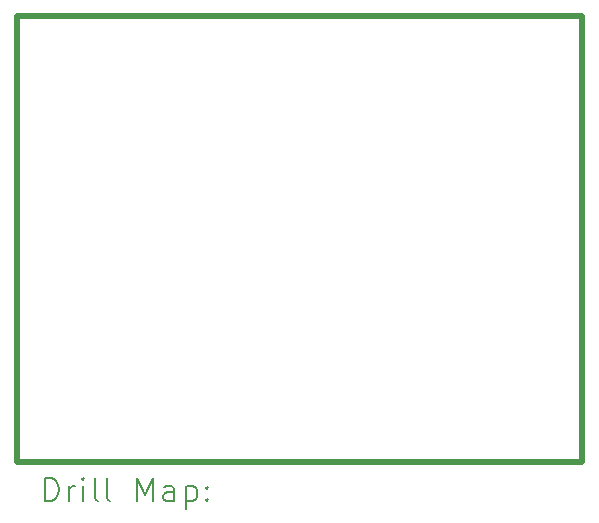
<source format=gbr>
%TF.GenerationSoftware,KiCad,Pcbnew,8.0.0-rc1-6-gb7460f29b4*%
%TF.CreationDate,2025-03-10T21:48:14+01:00*%
%TF.ProjectId,LO_daughter,4c4f5f64-6175-4676-9874-65722e6b6963,rev?*%
%TF.SameCoordinates,Original*%
%TF.FileFunction,Drillmap*%
%TF.FilePolarity,Positive*%
%FSLAX45Y45*%
G04 Gerber Fmt 4.5, Leading zero omitted, Abs format (unit mm)*
G04 Created by KiCad (PCBNEW 8.0.0-rc1-6-gb7460f29b4) date 2025-03-10 21:48:14*
%MOMM*%
%LPD*%
G01*
G04 APERTURE LIST*
%ADD10C,0.500000*%
%ADD11C,0.200000*%
G04 APERTURE END LIST*
D10*
X12974000Y-8007000D02*
X17752000Y-8007000D01*
X17752000Y-11785000D01*
X12974000Y-11785000D01*
X12974000Y-8007000D01*
D11*
X13209777Y-12121484D02*
X13209777Y-11921484D01*
X13209777Y-11921484D02*
X13257396Y-11921484D01*
X13257396Y-11921484D02*
X13285967Y-11931008D01*
X13285967Y-11931008D02*
X13305015Y-11950055D01*
X13305015Y-11950055D02*
X13314539Y-11969103D01*
X13314539Y-11969103D02*
X13324062Y-12007198D01*
X13324062Y-12007198D02*
X13324062Y-12035769D01*
X13324062Y-12035769D02*
X13314539Y-12073865D01*
X13314539Y-12073865D02*
X13305015Y-12092912D01*
X13305015Y-12092912D02*
X13285967Y-12111960D01*
X13285967Y-12111960D02*
X13257396Y-12121484D01*
X13257396Y-12121484D02*
X13209777Y-12121484D01*
X13409777Y-12121484D02*
X13409777Y-11988150D01*
X13409777Y-12026246D02*
X13419301Y-12007198D01*
X13419301Y-12007198D02*
X13428824Y-11997674D01*
X13428824Y-11997674D02*
X13447872Y-11988150D01*
X13447872Y-11988150D02*
X13466920Y-11988150D01*
X13533586Y-12121484D02*
X13533586Y-11988150D01*
X13533586Y-11921484D02*
X13524062Y-11931008D01*
X13524062Y-11931008D02*
X13533586Y-11940531D01*
X13533586Y-11940531D02*
X13543110Y-11931008D01*
X13543110Y-11931008D02*
X13533586Y-11921484D01*
X13533586Y-11921484D02*
X13533586Y-11940531D01*
X13657396Y-12121484D02*
X13638348Y-12111960D01*
X13638348Y-12111960D02*
X13628824Y-12092912D01*
X13628824Y-12092912D02*
X13628824Y-11921484D01*
X13762158Y-12121484D02*
X13743110Y-12111960D01*
X13743110Y-12111960D02*
X13733586Y-12092912D01*
X13733586Y-12092912D02*
X13733586Y-11921484D01*
X13990729Y-12121484D02*
X13990729Y-11921484D01*
X13990729Y-11921484D02*
X14057396Y-12064341D01*
X14057396Y-12064341D02*
X14124062Y-11921484D01*
X14124062Y-11921484D02*
X14124062Y-12121484D01*
X14305015Y-12121484D02*
X14305015Y-12016722D01*
X14305015Y-12016722D02*
X14295491Y-11997674D01*
X14295491Y-11997674D02*
X14276443Y-11988150D01*
X14276443Y-11988150D02*
X14238348Y-11988150D01*
X14238348Y-11988150D02*
X14219301Y-11997674D01*
X14305015Y-12111960D02*
X14285967Y-12121484D01*
X14285967Y-12121484D02*
X14238348Y-12121484D01*
X14238348Y-12121484D02*
X14219301Y-12111960D01*
X14219301Y-12111960D02*
X14209777Y-12092912D01*
X14209777Y-12092912D02*
X14209777Y-12073865D01*
X14209777Y-12073865D02*
X14219301Y-12054817D01*
X14219301Y-12054817D02*
X14238348Y-12045293D01*
X14238348Y-12045293D02*
X14285967Y-12045293D01*
X14285967Y-12045293D02*
X14305015Y-12035769D01*
X14400253Y-11988150D02*
X14400253Y-12188150D01*
X14400253Y-11997674D02*
X14419301Y-11988150D01*
X14419301Y-11988150D02*
X14457396Y-11988150D01*
X14457396Y-11988150D02*
X14476443Y-11997674D01*
X14476443Y-11997674D02*
X14485967Y-12007198D01*
X14485967Y-12007198D02*
X14495491Y-12026246D01*
X14495491Y-12026246D02*
X14495491Y-12083388D01*
X14495491Y-12083388D02*
X14485967Y-12102436D01*
X14485967Y-12102436D02*
X14476443Y-12111960D01*
X14476443Y-12111960D02*
X14457396Y-12121484D01*
X14457396Y-12121484D02*
X14419301Y-12121484D01*
X14419301Y-12121484D02*
X14400253Y-12111960D01*
X14581205Y-12102436D02*
X14590729Y-12111960D01*
X14590729Y-12111960D02*
X14581205Y-12121484D01*
X14581205Y-12121484D02*
X14571682Y-12111960D01*
X14571682Y-12111960D02*
X14581205Y-12102436D01*
X14581205Y-12102436D02*
X14581205Y-12121484D01*
X14581205Y-11997674D02*
X14590729Y-12007198D01*
X14590729Y-12007198D02*
X14581205Y-12016722D01*
X14581205Y-12016722D02*
X14571682Y-12007198D01*
X14571682Y-12007198D02*
X14581205Y-11997674D01*
X14581205Y-11997674D02*
X14581205Y-12016722D01*
M02*

</source>
